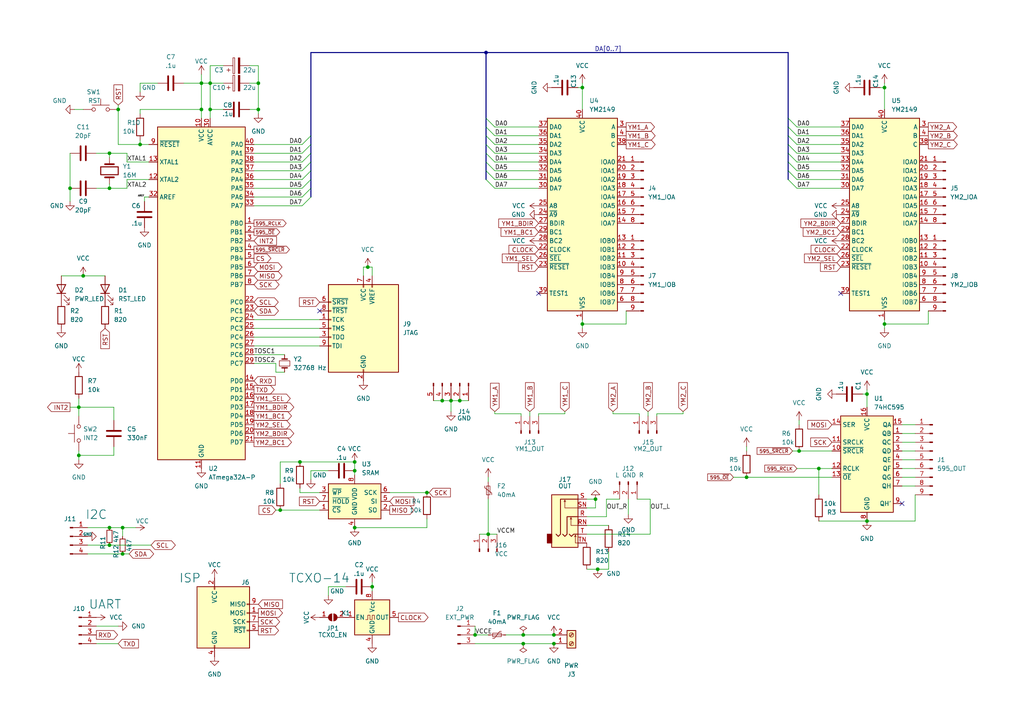
<source format=kicad_sch>
(kicad_sch (version 20211123) (generator eeschema)
  (paper "A4")
  (lib_symbols
    (symbol "74xx:74HC595"
      (property "Reference" "U" (at -7.62 13.97 0))
      (property "Value" "74HC595" (at -7.62 -16.51 0))
      (symbol "74HC595_1_0"
        (pin tri_state line (at 10.16 7.62 180) (length 2.54) (name "QB") (number "1"))
        (pin input line (at -10.16 2.54 0) (length 2.54) (name "~{SRCLR}") (number "10"))
        (pin input line (at -10.16 5.08 0) (length 2.54) (name "SRCLK") (number "11"))
        (pin input line (at -10.16 -2.54 0) (length 2.54) (name "RCLK") (number "12"))
        (pin input line (at -10.16 -5.08 0) (length 2.54) (name "~{OE}") (number "13"))
        (pin input line (at -10.16 10.16 0) (length 2.54) (name "SER") (number "14"))
        (pin tri_state line (at 10.16 10.16 180) (length 2.54) (name "QA") (number "15"))
        (pin power_in line (at 0 15.24 270) (length 2.54) (name "VCC") (number "16"))
        (pin tri_state line (at 10.16 5.08 180) (length 2.54) (name "QC") (number "2"))
        (pin tri_state line (at 10.16 2.54 180) (length 2.54) (name "QD") (number "3"))
        (pin tri_state line (at 10.16 0 180) (length 2.54) (name "QE") (number "4"))
        (pin tri_state line (at 10.16 -2.54 180) (length 2.54) (name "QF") (number "5"))
        (pin tri_state line (at 10.16 -5.08 180) (length 2.54) (name "QG") (number "6"))
        (pin tri_state line (at 10.16 -7.62 180) (length 2.54) (name "QH") (number "7"))
        (pin power_in line (at 0 -17.78 90) (length 2.54) (name "GND") (number "8"))
        (pin output line (at 10.16 -12.7 180) (length 2.54) (name "QH'") (number "9"))
      )
    )
    (symbol "Audio:YM2149"
      (property "Reference" "U" (at -10.16 29.21 0))
      (property "Value" "YM2149" (at 3.81 29.21 0))
      (symbol "YM2149_1_1"
        (pin power_in line (at 0 -30.48 90) (length 2.54) (name "VSS") (number "1"))
        (pin bidirectional line (at 12.7 -15.24 180) (length 2.54) (name "IOB3") (number "10"))
        (pin bidirectional line (at 12.7 -12.7 180) (length 2.54) (name "IOB2") (number "11"))
        (pin bidirectional line (at 12.7 -10.16 180) (length 2.54) (name "IOB1") (number "12"))
        (pin bidirectional line (at 12.7 -7.62 180) (length 2.54) (name "IOB0") (number "13"))
        (pin bidirectional line (at 12.7 -2.54 180) (length 2.54) (name "IOA7") (number "14"))
        (pin bidirectional line (at 12.7 0 180) (length 2.54) (name "IOA6") (number "15"))
        (pin bidirectional line (at 12.7 2.54 180) (length 2.54) (name "IOA5") (number "16"))
        (pin bidirectional line (at 12.7 5.08 180) (length 2.54) (name "IOA4") (number "17"))
        (pin bidirectional line (at 12.7 7.62 180) (length 2.54) (name "IOA3") (number "18"))
        (pin bidirectional line (at 12.7 10.16 180) (length 2.54) (name "IOA2") (number "19"))
        (pin no_connect line (at -10.16 -17.78 0) (length 2.54) hide (name "NC") (number "2"))
        (pin bidirectional line (at 12.7 12.7 180) (length 2.54) (name "IOA1") (number "20"))
        (pin bidirectional line (at 12.7 15.24 180) (length 2.54) (name "IOA0") (number "21"))
        (pin input line (at -12.7 -10.16 0) (length 2.54) (name "CLOCK") (number "22"))
        (pin input line (at -12.7 -15.24 0) (length 2.54) (name "~{RESET}") (number "23"))
        (pin input line (at -12.7 0 0) (length 2.54) (name "~{A9}") (number "24"))
        (pin input line (at -12.7 2.54 0) (length 2.54) (name "A8") (number "25"))
        (pin input line (at -12.7 -12.7 0) (length 2.54) (name "~{SEL}") (number "26"))
        (pin input line (at -12.7 -2.54 0) (length 2.54) (name "BDIR") (number "27"))
        (pin input line (at -12.7 -7.62 0) (length 2.54) (name "BC2") (number "28"))
        (pin input line (at -12.7 -5.08 0) (length 2.54) (name "BC1") (number "29"))
        (pin output line (at 12.7 25.4 180) (length 2.54) (name "A") (number "3"))
        (pin bidirectional line (at -12.7 7.62 0) (length 2.54) (name "DA7") (number "30"))
        (pin bidirectional line (at -12.7 10.16 0) (length 2.54) (name "DA6") (number "31"))
        (pin bidirectional line (at -12.7 12.7 0) (length 2.54) (name "DA5") (number "32"))
        (pin bidirectional line (at -12.7 15.24 0) (length 2.54) (name "DA4") (number "33"))
        (pin bidirectional line (at -12.7 17.78 0) (length 2.54) (name "DA3") (number "34"))
        (pin bidirectional line (at -12.7 20.32 0) (length 2.54) (name "DA2") (number "35"))
        (pin bidirectional line (at -12.7 22.86 0) (length 2.54) (name "DA1") (number "36"))
        (pin bidirectional line (at -12.7 25.4 0) (length 2.54) (name "DA0") (number "37"))
        (pin output line (at 12.7 20.32 180) (length 2.54) (name "C") (number "38"))
        (pin passive line (at -12.7 -22.86 0) (length 2.54) (name "TEST1") (number "39"))
        (pin output line (at 12.7 22.86 180) (length 2.54) (name "B") (number "4"))
        (pin power_in line (at 0 30.48 270) (length 2.54) (name "VCC") (number "40"))
        (pin no_connect line (at -10.16 -20.32 0) (length 2.54) hide (name "NC") (number "5"))
        (pin bidirectional line (at 12.7 -25.4 180) (length 2.54) (name "IOB7") (number "6"))
        (pin bidirectional line (at 12.7 -22.86 180) (length 2.54) (name "IOB6") (number "7"))
        (pin bidirectional line (at 12.7 -20.32 180) (length 2.54) (name "IOB5") (number "8"))
        (pin bidirectional line (at 12.7 -17.78 180) (length 2.54) (name "IOB4") (number "9"))
      )
    )
    (symbol "Connector:AVR-ISP-10" (pin_names (offset 1.016))
      (property "Reference" "J" (at -6.35 11.43 0))
      (property "Value" "AVR-ISP-10" (at 0 11.43 0))
      (symbol "AVR-ISP-10_1_1"
        (pin passive line (at 10.16 2.54 180) (length 2.54) (name "MOSI") (number "1"))
        (pin passive line (at -2.54 -10.16 90) (length 2.54) hide (name "GND") (number "10"))
        (pin passive line (at -2.54 12.7 270) (length 2.54) (name "VCC") (number "2"))
        (pin no_connect line (at 7.62 -5.08 180) (length 2.54) hide (name "NC") (number "3"))
        (pin passive line (at -2.54 -10.16 90) (length 2.54) (name "GND") (number "4"))
        (pin passive line (at 10.16 -2.54 180) (length 2.54) (name "~{RST}") (number "5"))
        (pin passive line (at -2.54 -10.16 90) (length 2.54) hide (name "GND") (number "6"))
        (pin passive line (at 10.16 0 180) (length 2.54) (name "SCK") (number "7"))
        (pin passive line (at -2.54 -10.16 90) (length 2.54) hide (name "GND") (number "8"))
        (pin passive line (at 10.16 5.08 180) (length 2.54) (name "MISO") (number "9"))
      )
    )
    (symbol "Connector:AVR-JTAG-10" (pin_names (offset 1.016))
      (property "Reference" "J" (at -8.89 13.97 0))
      (property "Value" "AVR-JTAG-10" (at 1.27 13.97 0))
      (symbol "AVR-JTAG-10_1_1"
        (pin passive line (at 12.7 2.54 180) (length 2.54) (name "TCK") (number "1"))
        (pin passive line (at 0 -15.24 90) (length 2.54) hide (name "GND") (number "10"))
        (pin passive line (at 0 -15.24 90) (length 2.54) (name "GND") (number "2"))
        (pin passive line (at 12.7 -2.54 180) (length 2.54) (name "TDO") (number "3"))
        (pin passive line (at -2.54 15.24 270) (length 2.54) (name "VREF") (number "4"))
        (pin passive line (at 12.7 0 180) (length 2.54) (name "TMS") (number "5"))
        (pin passive line (at 12.7 7.62 180) (length 2.54) (name "~{SRST}") (number "6"))
        (pin passive line (at 0 15.24 270) (length 2.54) (name "VCC") (number "7"))
        (pin passive line (at 12.7 5.08 180) (length 2.54) (name "~{TRST}") (number "8"))
        (pin passive line (at 12.7 -5.08 180) (length 2.54) (name "TDI") (number "9"))
      )
    )
    (symbol "Connector:AudioJack3_Switch"
      (property "Reference" "J" (at 0 11.43 0))
      (property "Value" "AudioJack3_Switch" (at 0 8.89 0))
      (symbol "AudioJack3_Switch_1_1"
        (pin passive line (at 5.08 0 180) (length 2.54) (name "~") (number "R"))
        (pin passive line (at 5.08 -2.54 180) (length 2.54) (name "~") (number "RN"))
        (pin passive line (at 5.08 5.08 180) (length 2.54) (name "~") (number "S"))
        (pin passive line (at 5.08 2.54 180) (length 2.54) (name "~") (number "SN"))
        (pin passive line (at 5.08 -5.08 180) (length 2.54) (name "~") (number "T"))
        (pin passive line (at 5.08 -7.62 180) (length 2.54) (name "~") (number "TN"))
      )
    )
    (symbol "Connector:Conn_01x03_Male" (pin_names (offset 1.016) hide)
      (property "Reference" "J" (at 0 5.08 0))
      (property "Value" "Conn_01x03_Male" (at 0 -5.08 0))
      (symbol "Conn_01x03_Male_1_1"
        (pin passive line (at 5.08 2.54 180) (length 3.81) (name "Pin_1") (number "1"))
        (pin passive line (at 5.08 0 180) (length 3.81) (name "Pin_2") (number "2"))
        (pin passive line (at 5.08 -2.54 180) (length 3.81) (name "Pin_3") (number "3"))
      )
    )
    (symbol "Connector:Conn_01x04_Male" (pin_names (offset 1.016) hide)
      (property "Reference" "J" (at 0 5.08 0))
      (property "Value" "Conn_01x04_Male" (at 0 -7.62 0))
      (symbol "Conn_01x04_Male_1_1"
        (pin passive line (at 5.08 2.54 180) (length 3.81) (name "Pin_1") (number "1"))
        (pin passive line (at 5.08 0 180) (length 3.81) (name "Pin_2") (number "2"))
        (pin passive line (at 5.08 -2.54 180) (length 3.81) (name "Pin_3") (number "3"))
        (pin passive line (at 5.08 -5.08 180) (length 3.81) (name "Pin_4") (number "4"))
      )
    )
    (symbol "Connector:Conn_01x05_Male" (pin_names (offset 1.016) hide)
      (property "Reference" "J" (at 0 7.62 0))
      (property "Value" "Conn_01x05_Male" (at 0 -7.62 0))
      (symbol "Conn_01x05_Male_1_1"
        (pin passive line (at 5.08 5.08 180) (length 3.81) (name "Pin_1") (number "1"))
        (pin passive line (at 5.08 2.54 180) (length 3.81) (name "Pin_2") (number "2"))
        (pin passive line (at 5.08 0 180) (length 3.81) (name "Pin_3") (number "3"))
        (pin passive line (at 5.08 -2.54 180) (length 3.81) (name "Pin_4") (number "4"))
        (pin passive line (at 5.08 -5.08 180) (length 3.81) (name "Pin_5") (number "5"))
      )
    )
    (symbol "Connector:Conn_01x08_Male" (pin_names (offset 1.016) hide)
      (property "Reference" "J" (at 0 10.16 0))
      (property "Value" "Conn_01x08_Male" (at 0 -12.7 0))
      (symbol "Conn_01x08_Male_1_1"
        (pin passive line (at 5.08 7.62 180) (length 3.81) (name "Pin_1") (number "1"))
        (pin passive line (at 5.08 5.08 180) (length 3.81) (name "Pin_2") (number "2"))
        (pin passive line (at 5.08 2.54 180) (length 3.81) (name "Pin_3") (number "3"))
        (pin passive line (at 5.08 0 180) (length 3.81) (name "Pin_4") (number "4"))
        (pin passive line (at 5.08 -2.54 180) (length 3.81) (name "Pin_5") (number "5"))
        (pin passive line (at 5.08 -5.08 180) (length 3.81) (name "Pin_6") (number "6"))
        (pin passive line (at 5.08 -7.62 180) (length 3.81) (name "Pin_7") (number "7"))
        (pin passive line (at 5.08 -10.16 180) (length 3.81) (name "Pin_8") (number "8"))
      )
    )
    (symbol "Connector:Conn_01x09_Male" (pin_names (offset 1.016) hide)
      (property "Reference" "J" (at 0 12.7 0))
      (property "Value" "Conn_01x09_Male" (at 0 -12.7 0))
      (symbol "Conn_01x09_Male_1_1"
        (pin passive line (at 5.08 10.16 180) (length 3.81) (name "Pin_1") (number "1"))
        (pin passive line (at 5.08 7.62 180) (length 3.81) (name "Pin_2") (number "2"))
        (pin passive line (at 5.08 5.08 180) (length 3.81) (name "Pin_3") (number "3"))
        (pin passive line (at 5.08 2.54 180) (length 3.81) (name "Pin_4") (number "4"))
        (pin passive line (at 5.08 0 180) (length 3.81) (name "Pin_5") (number "5"))
        (pin passive line (at 5.08 -2.54 180) (length 3.81) (name "Pin_6") (number "6"))
        (pin passive line (at 5.08 -5.08 180) (length 3.81) (name "Pin_7") (number "7"))
        (pin passive line (at 5.08 -7.62 180) (length 3.81) (name "Pin_8") (number "8"))
        (pin passive line (at 5.08 -10.16 180) (length 3.81) (name "Pin_9") (number "9"))
      )
    )
    (symbol "Connector:Screw_Terminal_01x02" (pin_names (offset 1.016) hide)
      (property "Reference" "J" (at 0 2.54 0))
      (property "Value" "Screw_Terminal_01x02" (at 0 -5.08 0))
      (symbol "Screw_Terminal_01x02_1_1"
        (pin passive line (at -5.08 0 0) (length 3.81) (name "Pin_1") (number "1"))
        (pin passive line (at -5.08 -2.54 0) (length 3.81) (name "Pin_2") (number "2"))
      )
    )
    (symbol "Device:C" (pin_numbers hide) (pin_names (offset 0.254))
      (property "Reference" "C" (at 0.635 2.54 0))
      (property "Value" "C" (at 0.635 -2.54 0))
      (symbol "C_1_1"
        (pin passive line (at 0 3.81 270) (length 2.794) (name "~") (number "1"))
        (pin passive line (at 0 -3.81 90) (length 2.794) (name "~") (number "2"))
      )
    )
    (symbol "Device:C_Polarized" (pin_numbers hide) (pin_names (offset 0.254))
      (property "Reference" "C" (at 0.635 2.54 0))
      (property "Value" "C_Polarized" (at 0.635 -2.54 0))
      (symbol "C_Polarized_1_1"
        (pin passive line (at 0 3.81 270) (length 2.794) (name "~") (number "1"))
        (pin passive line (at 0 -3.81 90) (length 2.794) (name "~") (number "2"))
      )
    )
    (symbol "Device:Crystal" (pin_numbers hide) (pin_names (offset 1.016) hide)
      (property "Reference" "Y" (at 0 3.81 0))
      (property "Value" "Crystal" (at 0 -3.81 0))
      (symbol "Crystal_1_1"
        (pin passive line (at -3.81 0 0) (length 1.27) (name "1") (number "1"))
        (pin passive line (at 3.81 0 180) (length 1.27) (name "2") (number "2"))
      )
    )
    (symbol "Device:Crystal_Small" (pin_numbers hide) (pin_names (offset 1.016) hide)
      (property "Reference" "Y" (at 0 2.54 0))
      (property "Value" "Crystal_Small" (at 0 -2.54 0))
      (symbol "Crystal_Small_1_1"
        (pin passive line (at -2.54 0 0) (length 1.27) (name "1") (number "1"))
        (pin passive line (at 2.54 0 180) (length 1.27) (name "2") (number "2"))
      )
    )
    (symbol "Device:LED" (pin_numbers hide) (pin_names (offset 1.016) hide)
      (property "Reference" "D" (at 0 2.54 0))
      (property "Value" "LED" (at 0 -2.54 0))
      (symbol "LED_1_1"
        (pin passive line (at -3.81 0 0) (length 2.54) (name "K") (number "1"))
        (pin passive line (at 3.81 0 180) (length 2.54) (name "A") (number "2"))
      )
    )
    (symbol "Device:Polyfuse_Small" (pin_numbers hide) (pin_names (offset 0))
      (property "Reference" "F" (at -1.905 0 90))
      (property "Value" "Polyfuse_Small" (at 1.905 0 90))
      (symbol "Polyfuse_Small_1_1"
        (pin passive line (at 0 2.54 270) (length 0.635) (name "~") (number "1"))
        (pin passive line (at 0 -2.54 90) (length 0.635) (name "~") (number "2"))
      )
    )
    (symbol "Device:R" (pin_numbers hide) (pin_names (offset 0))
      (property "Reference" "R" (at 2.032 0 90))
      (property "Value" "R" (at 0 0 90))
      (symbol "R_1_1"
        (pin passive line (at 0 3.81 270) (length 1.27) (name "~") (number "1"))
        (pin passive line (at 0 -3.81 90) (length 1.27) (name "~") (number "2"))
      )
    )
    (symbol "Device:R_Small" (pin_numbers hide) (pin_names (offset 0.254) hide)
      (property "Reference" "R" (at 0.762 0.508 0))
      (property "Value" "R_Small" (at 0.762 -1.016 0))
      (symbol "R_Small_1_1"
        (pin passive line (at 0 2.54 270) (length 0.762) (name "~") (number "1"))
        (pin passive line (at 0 -2.54 90) (length 0.762) (name "~") (number "2"))
      )
    )
    (symbol "Jumper:SolderJumper_2_Open" (pin_names (offset 0) hide)
      (property "Reference" "JP" (at 0 2.032 0))
      (property "Value" "SolderJumper_2_Open" (at 0 -2.54 0))
      (symbol "SolderJumper_2_Open_1_1"
        (pin passive line (at -3.81 0 0) (length 2.54) (name "A") (number "1"))
        (pin passive line (at 3.81 0 180) (length 2.54) (name "B") (number "2"))
      )
    )
    (symbol "MCU_Microchip_ATmega:ATmega32A-P"
      (property "Reference" "U" (at -12.7 49.53 0))
      (property "Value" "ATmega32A-P" (at 2.54 -49.53 0))
      (symbol "ATmega32A-P_1_1"
        (pin bidirectional line (at 15.24 20.32 180) (length 2.54) (name "PB0") (number "1"))
        (pin power_in line (at 0 50.8 270) (length 2.54) (name "VCC") (number "10"))
        (pin power_in line (at 0 -50.8 90) (length 2.54) (name "GND") (number "11"))
        (pin output line (at -15.24 33.02 0) (length 2.54) (name "XTAL2") (number "12"))
        (pin input line (at -15.24 38.1 0) (length 2.54) (name "XTAL1") (number "13"))
        (pin bidirectional line (at 15.24 -25.4 180) (length 2.54) (name "PD0") (number "14"))
        (pin bidirectional line (at 15.24 -27.94 180) (length 2.54) (name "PD1") (number "15"))
        (pin bidirectional line (at 15.24 -30.48 180) (length 2.54) (name "PD2") (number "16"))
        (pin bidirectional line (at 15.24 -33.02 180) (length 2.54) (name "PD3") (number "17"))
        (pin bidirectional line (at 15.24 -35.56 180) (length 2.54) (name "PD4") (number "18"))
        (pin bidirectional line (at 15.24 -38.1 180) (length 2.54) (name "PD5") (number "19"))
        (pin bidirectional line (at 15.24 17.78 180) (length 2.54) (name "PB1") (number "2"))
        (pin bidirectional line (at 15.24 -40.64 180) (length 2.54) (name "PD6") (number "20"))
        (pin bidirectional line (at 15.24 -43.18 180) (length 2.54) (name "PD7") (number "21"))
        (pin bidirectional line (at 15.24 -2.54 180) (length 2.54) (name "PC0") (number "22"))
        (pin bidirectional line (at 15.24 -5.08 180) (length 2.54) (name "PC1") (number "23"))
        (pin bidirectional line (at 15.24 -7.62 180) (length 2.54) (name "PC2") (number "24"))
        (pin bidirectional line (at 15.24 -10.16 180) (length 2.54) (name "PC3") (number "25"))
        (pin bidirectional line (at 15.24 -12.7 180) (length 2.54) (name "PC4") (number "26"))
        (pin bidirectional line (at 15.24 -15.24 180) (length 2.54) (name "PC5") (number "27"))
        (pin bidirectional line (at 15.24 -17.78 180) (length 2.54) (name "PC6") (number "28"))
        (pin bidirectional line (at 15.24 -20.32 180) (length 2.54) (name "PC7") (number "29"))
        (pin bidirectional line (at 15.24 15.24 180) (length 2.54) (name "PB2") (number "3"))
        (pin power_in line (at 2.54 50.8 270) (length 2.54) (name "AVCC") (number "30"))
        (pin passive line (at 0 -50.8 90) (length 2.54) hide (name "GND") (number "31"))
        (pin passive line (at -15.24 27.94 0) (length 2.54) (name "AREF") (number "32"))
        (pin bidirectional line (at 15.24 25.4 180) (length 2.54) (name "PA7") (number "33"))
        (pin bidirectional line (at 15.24 27.94 180) (length 2.54) (name "PA6") (number "34"))
        (pin bidirectional line (at 15.24 30.48 180) (length 2.54) (name "PA5") (number "35"))
        (pin bidirectional line (at 15.24 33.02 180) (length 2.54) (name "PA4") (number "36"))
        (pin bidirectional line (at 15.24 35.56 180) (length 2.54) (name "PA3") (number "37"))
        (pin bidirectional line (at 15.24 38.1 180) (length 2.54) (name "PA2") (number "38"))
        (pin bidirectional line (at 15.24 40.64 180) (length 2.54) (name "PA1") (number "39"))
        (pin bidirectional line (at 15.24 12.7 180) (length 2.54) (name "PB3") (number "4"))
        (pin bidirectional line (at 15.24 43.18 180) (length 2.54) (name "PA0") (number "40"))
        (pin bidirectional line (at 15.24 10.16 180) (length 2.54) (name "PB4") (number "5"))
        (pin bidirectional line (at 15.24 7.62 180) (length 2.54) (name "PB5") (number "6"))
        (pin bidirectional line (at 15.24 5.08 180) (length 2.54) (name "PB6") (number "7"))
        (pin bidirectional line (at 15.24 2.54 180) (length 2.54) (name "PB7") (number "8"))
        (pin input line (at -15.24 43.18 0) (length 2.54) (name "~{RESET}") (number "9"))
      )
    )
    (symbol "Memory_NVRAM:MB85RS1MT" (pin_names (offset 1.016))
      (property "Reference" "U" (at -7.62 6.35 0))
      (property "Value" "MB85RS1MT" (at 1.27 6.35 0))
      (symbol "MB85RS1MT_1_1"
        (pin input line (at -10.16 -2.54 0) (length 2.54) (name "~{CS}") (number "1"))
        (pin output line (at 10.16 -2.54 180) (length 2.54) (name "SO") (number "2"))
        (pin input line (at -10.16 2.54 0) (length 2.54) (name "~{WP}") (number "3"))
        (pin power_in line (at 0 -7.62 90) (length 2.54) (name "GND") (number "4"))
        (pin input line (at 10.16 0 180) (length 2.54) (name "SI") (number "5"))
        (pin input line (at 10.16 2.54 180) (length 2.54) (name "SCK") (number "6"))
        (pin input line (at -10.16 0 0) (length 2.54) (name "~{HOLD}") (number "7"))
        (pin power_in line (at 0 7.62 270) (length 2.54) (name "VDD") (number "8"))
      )
    )
    (symbol "Oscillator:CXO_DIP8" (pin_names (offset 0.254))
      (property "Reference" "X" (at -5.08 6.35 0))
      (property "Value" "CXO_DIP8" (at 1.27 -6.35 0))
      (symbol "CXO_DIP8_1_1"
        (pin input line (at -7.62 0 0) (length 2.54) (name "EN") (number "1"))
        (pin power_in line (at 0 -7.62 90) (length 2.54) (name "GND") (number "4"))
        (pin output line (at 7.62 0 180) (length 2.54) (name "OUT") (number "5"))
        (pin power_in line (at 0 7.62 270) (length 2.54) (name "Vcc") (number "8"))
      )
    )
    (symbol "Switch:SW_Push" (pin_numbers hide) (pin_names (offset 1.016) hide)
      (property "Reference" "SW" (at 1.27 2.54 0))
      (property "Value" "SW_Push" (at 0 -1.524 0))
      (symbol "SW_Push_0_1"
        (pin passive line (at -5.08 0 0) (length 2.54) (name "1") (number "1"))
        (pin passive line (at 5.08 0 180) (length 2.54) (name "2") (number "2"))
      )
    )
    (symbol "power:GND" (power) (pin_names (offset 0))
      (property "Value" "GND" (at 0 -3.81 0))
      (symbol "GND_1_1"
        (pin power_in line (at 0 0 270) (length 0) hide (name "GND") (number "1"))
      )
    )
    (symbol "power:PWR_FLAG" (power) (pin_numbers hide) (pin_names (offset 0) hide)
      (property "Value" "PWR_FLAG" (at 0 3.81 0))
      (symbol "PWR_FLAG_0_0"
        (pin power_out line (at 0 0 90) (length 0) (name "pwr") (number "1"))
      )
    )
    (symbol "power:VCC" (power) (pin_names (offset 0))
      (property "Value" "VCC" (at 0 3.81 0))
      (symbol "VCC_1_1"
        (pin power_in line (at 0 0 90) (length 0) hide (name "VCC") (number "1"))
      )
    )
  )
  (junction (at 60.96 24.13))
  (junction (at 31.75 44.45))
  (junction (at 102.87 136.525))
  (junction (at 256.54 93.98))
  (junction (at 151.765 186.69))
  (junction (at 130.81 116.205))
  (junction (at 60.96 31.75))
  (junction (at 31.75 153.035))
  (junction (at 58.42 31.75))
  (junction (at 81.28 147.955))
  (junction (at 31.75 54.61))
  (junction (at 22.86 132.08))
  (junction (at 168.91 25.4))
  (junction (at 237.49 135.89))
  (junction (at 137.795 184.15))
  (junction (at 168.91 93.98))
  (junction (at 160.655 186.69))
  (junction (at 35.56 160.655))
  (junction (at 123.825 142.875))
  (junction (at 172.72 144.78))
  (junction (at 34.29 31.75))
  (junction (at 35.56 153.035))
  (junction (at 40.64 41.91))
  (junction (at 74.93 24.13))
  (junction (at 231.775 130.81))
  (junction (at 140.97 15.24))
  (junction (at 31.75 158.115))
  (junction (at 173.355 165.1))
  (junction (at 102.87 133.985))
  (junction (at 160.655 184.15))
  (junction (at 20.32 54.61))
  (junction (at 256.54 25.4))
  (junction (at 128.27 116.205))
  (junction (at 141.605 154.94))
  (junction (at 251.46 114.3))
  (junction (at 102.87 153.035))
  (junction (at 107.95 170.18))
  (junction (at 151.765 184.15))
  (junction (at 74.93 31.75))
  (junction (at 133.35 116.205))
  (junction (at 251.46 151.13))
  (junction (at 106.68 77.47))
  (junction (at 216.535 138.43))
  (junction (at 86.995 133.985))
  (junction (at 22.86 118.11))
  (junction (at 24.13 80.01))
  (junction (at 58.42 24.13))
  (no_connect (at 261.62 146.05))
  (no_connect (at 92.71 90.17))
  (no_connect (at 243.84 85.09))
  (no_connect (at 156.21 85.09))
  (bus_entry (at 143.51 49.53) (size -2.54 -2.54))
  (bus_entry (at 231.14 54.61) (size -2.54 -2.54))
  (bus_entry (at 231.14 39.37) (size -2.54 -2.54))
  (bus_entry (at 231.14 46.99) (size -2.54 -2.54))
  (bus_entry (at 87.63 49.53) (size 2.54 -2.54))
  (bus_entry (at 143.51 52.07) (size -2.54 -2.54))
  (bus_entry (at 87.63 44.45) (size 2.54 -2.54))
  (bus_entry (at 143.51 54.61) (size -2.54 -2.54))
  (bus_entry (at 87.63 52.07) (size 2.54 -2.54))
  (bus_entry (at 143.51 41.91) (size -2.54 -2.54))
  (bus_entry (at 143.51 39.37) (size -2.54 -2.54))
  (bus_entry (at 231.14 52.07) (size -2.54 -2.54))
  (bus_entry (at 87.63 46.99) (size 2.54 -2.54))
  (bus_entry (at 231.14 44.45) (size -2.54 -2.54))
  (bus_entry (at 143.51 44.45) (size -2.54 -2.54))
  (bus_entry (at 87.63 41.91) (size 2.54 -2.54))
  (bus_entry (at 87.63 57.15) (size 2.54 -2.54))
  (bus_entry (at 87.63 54.61) (size 2.54 -2.54))
  (bus_entry (at 231.14 36.83) (size -2.54 -2.54))
  (bus_entry (at 143.51 46.99) (size -2.54 -2.54))
  (bus_entry (at 143.51 36.83) (size -2.54 -2.54))
  (bus_entry (at 231.14 49.53) (size -2.54 -2.54))
  (bus_entry (at 231.14 41.91) (size -2.54 -2.54))
  (bus_entry (at 87.63 59.69) (size 2.54 -2.54))
  (wire (pts (xy 251.46 113.03) (xy 251.46 114.3)))
  (wire (pts (xy 73.66 102.87) (xy 82.55 102.87)))
  (wire (pts (xy 22.86 118.11) (xy 33.02 118.11)))
  (wire (pts (xy 151.13 120.015) (xy 143.51 120.015)))
  (wire (pts (xy 185.42 120.015) (xy 177.8 120.015)))
  (wire (pts (xy 73.66 41.91) (xy 87.63 41.91)))
  (wire (pts (xy 36.83 52.07) (xy 36.83 54.61)))
  (wire (pts (xy 80.01 105.41) (xy 80.01 107.95)))
  (wire (pts (xy 74.93 19.05) (xy 74.93 24.13)))
  (wire (pts (xy 237.49 135.89) (xy 241.3 135.89)))
  (wire (pts (xy 188.595 154.94) (xy 188.595 144.78)))
  (wire (pts (xy 265.43 138.43) (xy 261.62 138.43)))
  (wire (pts (xy 37.465 160.655) (xy 35.56 160.655)))
  (wire (pts (xy 190.5 120.015) (xy 198.12 120.015)))
  (wire (pts (xy 86.995 133.985) (xy 102.87 133.985)))
  (wire (pts (xy 168.91 93.98) (xy 181.61 93.98)))
  (wire (pts (xy 139.065 154.94) (xy 141.605 154.94)))
  (wire (pts (xy 151.765 184.15) (xy 160.655 184.15)))
  (bus (pts (xy 90.17 54.61) (xy 90.17 52.07)))
  (wire (pts (xy 256.54 93.98) (xy 256.54 92.71)))
  (wire (pts (xy 60.96 19.05) (xy 64.77 19.05)))
  (wire (pts (xy 143.51 36.83) (xy 156.21 36.83)))
  (wire (pts (xy 124.46 142.875) (xy 123.825 142.875)))
  (bus (pts (xy 228.6 34.29) (xy 228.6 36.83)))
  (wire (pts (xy 105.41 80.01) (xy 105.41 77.47)))
  (wire (pts (xy 170.18 147.32) (xy 172.72 147.32)))
  (wire (pts (xy 143.51 120.015) (xy 143.51 119.38)))
  (wire (pts (xy 72.39 24.13) (xy 74.93 24.13)))
  (bus (pts (xy 90.17 57.15) (xy 90.17 54.61)))
  (wire (pts (xy 80.01 147.955) (xy 81.28 147.955)))
  (wire (pts (xy 123.825 153.035) (xy 123.825 150.495)))
  (bus (pts (xy 90.17 49.53) (xy 90.17 46.99)))
  (wire (pts (xy 20.32 58.42) (xy 20.32 54.61)))
  (wire (pts (xy 216.535 129.54) (xy 216.535 130.81)))
  (wire (pts (xy 168.91 93.98) (xy 168.91 95.25)))
  (wire (pts (xy 86.995 142.875) (xy 92.71 142.875)))
  (bus (pts (xy 90.17 39.37) (xy 90.17 15.24)))
  (wire (pts (xy 256.54 95.25) (xy 256.54 93.98)))
  (bus (pts (xy 140.97 36.83) (xy 140.97 39.37)))
  (wire (pts (xy 231.14 39.37) (xy 243.84 39.37)))
  (wire (pts (xy 95.25 170.18) (xy 100.33 170.18)))
  (wire (pts (xy 256.54 93.98) (xy 269.24 93.98)))
  (bus (pts (xy 228.6 15.24) (xy 228.6 34.29)))
  (wire (pts (xy 24.13 31.75) (xy 21.59 31.75)))
  (wire (pts (xy 198.12 120.015) (xy 198.12 119.38)))
  (bus (pts (xy 228.6 41.91) (xy 228.6 44.45)))
  (wire (pts (xy 229.87 130.81) (xy 231.775 130.81)))
  (wire (pts (xy 60.96 34.29) (xy 60.96 31.75)))
  (wire (pts (xy 33.02 118.11) (xy 33.02 121.92)))
  (wire (pts (xy 60.96 24.13) (xy 64.77 24.13)))
  (wire (pts (xy 265.43 130.81) (xy 261.62 130.81)))
  (wire (pts (xy 137.795 184.15) (xy 141.605 184.15)))
  (wire (pts (xy 90.17 136.525) (xy 95.25 136.525)))
  (wire (pts (xy 172.72 147.32) (xy 172.72 144.78)))
  (wire (pts (xy 34.29 41.91) (xy 34.29 31.75)))
  (wire (pts (xy 143.51 41.91) (xy 156.21 41.91)))
  (wire (pts (xy 31.75 54.61) (xy 31.75 53.34)))
  (bus (pts (xy 228.6 39.37) (xy 228.6 41.91)))
  (wire (pts (xy 25.4 160.655) (xy 35.56 160.655)))
  (wire (pts (xy 256.54 25.4) (xy 256.54 31.75)))
  (wire (pts (xy 231.14 44.45) (xy 243.84 44.45)))
  (bus (pts (xy 140.97 39.37) (xy 140.97 41.91)))
  (wire (pts (xy 31.75 45.72) (xy 31.75 44.45)))
  (wire (pts (xy 41.91 57.15) (xy 41.91 58.42)))
  (wire (pts (xy 73.66 46.99) (xy 87.63 46.99)))
  (wire (pts (xy 170.18 149.86) (xy 175.895 149.86)))
  (wire (pts (xy 231.775 121.92) (xy 231.775 123.19)))
  (wire (pts (xy 43.18 46.99) (xy 36.83 46.99)))
  (bus (pts (xy 90.17 41.91) (xy 90.17 39.37)))
  (wire (pts (xy 60.96 24.13) (xy 60.96 31.75)))
  (wire (pts (xy 102.87 136.525) (xy 102.87 137.795)))
  (wire (pts (xy 43.18 52.07) (xy 36.83 52.07)))
  (wire (pts (xy 36.83 44.45) (xy 36.83 46.99)))
  (bus (pts (xy 90.17 46.99) (xy 90.17 44.45)))
  (wire (pts (xy 60.96 24.13) (xy 60.96 19.05)))
  (bus (pts (xy 90.17 44.45) (xy 90.17 41.91)))
  (wire (pts (xy 81.28 133.985) (xy 86.995 133.985)))
  (wire (pts (xy 72.39 31.75) (xy 74.93 31.75)))
  (wire (pts (xy 231.14 46.99) (xy 243.84 46.99)))
  (wire (pts (xy 141.605 144.78) (xy 141.605 154.94)))
  (wire (pts (xy 250.19 114.3) (xy 251.46 114.3)))
  (wire (pts (xy 231.14 41.91) (xy 243.84 41.91)))
  (wire (pts (xy 265.43 133.35) (xy 261.62 133.35)))
  (wire (pts (xy 58.42 24.13) (xy 58.42 31.75)))
  (wire (pts (xy 128.27 116.205) (xy 130.81 116.205)))
  (wire (pts (xy 156.21 120.65) (xy 156.21 120.015)))
  (wire (pts (xy 107.95 170.18) (xy 107.95 171.45)))
  (wire (pts (xy 22.86 132.08) (xy 22.86 133.35)))
  (bus (pts (xy 90.17 15.24) (xy 140.97 15.24)))
  (wire (pts (xy 24.13 80.01) (xy 30.48 80.01)))
  (bus (pts (xy 228.6 46.99) (xy 228.6 49.53)))
  (wire (pts (xy 86.995 141.605) (xy 86.995 142.875)))
  (wire (pts (xy 231.14 49.53) (xy 243.84 49.53)))
  (wire (pts (xy 185.42 120.65) (xy 185.42 120.015)))
  (wire (pts (xy 74.93 24.13) (xy 74.93 31.75)))
  (wire (pts (xy 179.705 144.78) (xy 175.895 144.78)))
  (wire (pts (xy 22.86 132.08) (xy 33.02 132.08)))
  (wire (pts (xy 237.49 151.13) (xy 251.46 151.13)))
  (wire (pts (xy 72.39 19.05) (xy 74.93 19.05)))
  (wire (pts (xy 130.81 116.205) (xy 130.81 119.38)))
  (wire (pts (xy 73.66 59.69) (xy 87.63 59.69)))
  (wire (pts (xy 40.64 41.91) (xy 43.18 41.91)))
  (wire (pts (xy 58.42 21.59) (xy 58.42 24.13)))
  (wire (pts (xy 256.54 24.13) (xy 256.54 25.4)))
  (wire (pts (xy 187.96 119.38) (xy 187.96 120.65)))
  (wire (pts (xy 168.91 92.71) (xy 168.91 93.98)))
  (bus (pts (xy 140.97 34.29) (xy 140.97 36.83)))
  (bus (pts (xy 140.97 15.24) (xy 228.6 15.24)))
  (wire (pts (xy 255.27 25.4) (xy 256.54 25.4)))
  (wire (pts (xy 143.51 49.53) (xy 156.21 49.53)))
  (wire (pts (xy 102.87 133.985) (xy 102.87 136.525)))
  (bus (pts (xy 228.6 44.45) (xy 228.6 46.99)))
  (bus (pts (xy 140.97 41.91) (xy 140.97 44.45)))
  (wire (pts (xy 168.91 24.13) (xy 168.91 25.4)))
  (wire (pts (xy 73.66 92.71) (xy 92.71 92.71)))
  (wire (pts (xy 73.66 57.15) (xy 87.63 57.15)))
  (wire (pts (xy 41.91 57.15) (xy 43.18 57.15)))
  (wire (pts (xy 31.75 44.45) (xy 36.83 44.45)))
  (bus (pts (xy 140.97 15.24) (xy 140.97 34.29)))
  (wire (pts (xy 58.42 34.29) (xy 58.42 31.75)))
  (wire (pts (xy 184.785 144.78) (xy 188.595 144.78)))
  (wire (pts (xy 17.78 80.01) (xy 24.13 80.01)))
  (wire (pts (xy 133.35 116.205) (xy 135.89 116.205)))
  (wire (pts (xy 143.51 46.99) (xy 156.21 46.99)))
  (wire (pts (xy 31.75 153.035) (xy 25.4 153.035)))
  (wire (pts (xy 40.64 40.64) (xy 40.64 41.91)))
  (wire (pts (xy 168.91 25.4) (xy 168.91 31.75)))
  (wire (pts (xy 173.355 165.1) (xy 176.53 165.1)))
  (wire (pts (xy 151.13 120.65) (xy 151.13 120.015)))
  (wire (pts (xy 73.66 49.53) (xy 87.63 49.53)))
  (wire (pts (xy 73.66 97.79) (xy 92.71 97.79)))
  (wire (pts (xy 40.64 31.75) (xy 58.42 31.75)))
  (wire (pts (xy 251.46 114.3) (xy 251.46 118.11)))
  (wire (pts (xy 143.51 39.37) (xy 156.21 39.37)))
  (wire (pts (xy 153.67 119.38) (xy 153.67 120.65)))
  (wire (pts (xy 34.29 186.69) (xy 27.94 186.69)))
  (wire (pts (xy 95.25 170.18) (xy 95.25 172.72)))
  (wire (pts (xy 265.43 128.27) (xy 261.62 128.27)))
  (wire (pts (xy 231.14 54.61) (xy 243.84 54.61)))
  (wire (pts (xy 27.94 44.45) (xy 31.75 44.45)))
  (wire (pts (xy 141.605 138.43) (xy 141.605 139.7)))
  (wire (pts (xy 31.75 158.115) (xy 43.815 158.115)))
  (wire (pts (xy 73.66 100.33) (xy 92.71 100.33)))
  (wire (pts (xy 58.42 24.13) (xy 60.96 24.13)))
  (wire (pts (xy 105.41 77.47) (xy 106.68 77.47)))
  (wire (pts (xy 27.94 54.61) (xy 31.75 54.61)))
  (wire (pts (xy 20.32 44.45) (xy 20.32 54.61)))
  (bus (pts (xy 140.97 44.45) (xy 140.97 46.99)))
  (wire (pts (xy 146.685 184.15) (xy 151.765 184.15)))
  (wire (pts (xy 22.86 118.11) (xy 22.86 120.65)))
  (bus (pts (xy 140.97 49.53) (xy 140.97 52.07)))
  (wire (pts (xy 39.37 153.035) (xy 35.56 153.035)))
  (wire (pts (xy 265.43 135.89) (xy 261.62 135.89)))
  (wire (pts (xy 40.64 24.13) (xy 45.72 24.13)))
  (wire (pts (xy 90.17 136.525) (xy 90.17 139.065)))
  (bus (pts (xy 228.6 49.53) (xy 228.6 52.07)))
  (wire (pts (xy 40.64 41.91) (xy 34.29 41.91)))
  (wire (pts (xy 177.8 120.015) (xy 177.8 119.38)))
  (wire (pts (xy 130.81 116.205) (xy 133.35 116.205)))
  (bus (pts (xy 228.6 36.83) (xy 228.6 39.37)))
  (wire (pts (xy 22.86 130.81) (xy 22.86 132.08)))
  (wire (pts (xy 35.56 153.035) (xy 31.75 153.035)))
  (wire (pts (xy 143.51 44.45) (xy 156.21 44.45)))
  (bus (pts (xy 90.17 52.07) (xy 90.17 49.53)))
  (wire (pts (xy 216.535 138.43) (xy 241.3 138.43)))
  (wire (pts (xy 33.02 132.08) (xy 33.02 129.54)))
  (wire (pts (xy 163.83 120.015) (xy 163.83 119.38)))
  (wire (pts (xy 73.66 95.25) (xy 92.71 95.25)))
  (wire (pts (xy 125.73 116.205) (xy 128.27 116.205)))
  (wire (pts (xy 190.5 120.65) (xy 190.5 120.015)))
  (wire (pts (xy 40.64 33.02) (xy 40.64 31.75)))
  (wire (pts (xy 74.93 31.75) (xy 74.93 33.02)))
  (wire (pts (xy 81.28 147.955) (xy 92.71 147.955)))
  (wire (pts (xy 265.43 123.19) (xy 261.62 123.19)))
  (wire (pts (xy 231.14 52.07) (xy 243.84 52.07)))
  (wire (pts (xy 106.68 77.47) (xy 107.95 77.47)))
  (wire (pts (xy 36.83 54.61) (xy 31.75 54.61)))
  (wire (pts (xy 141.605 154.94) (xy 144.145 154.94)))
  (wire (pts (xy 73.66 54.61) (xy 87.63 54.61)))
  (wire (pts (xy 170.18 154.94) (xy 188.595 154.94)))
  (wire (pts (xy 73.66 44.45) (xy 87.63 44.45)))
  (wire (pts (xy 181.61 90.17) (xy 181.61 93.98)))
  (wire (pts (xy 167.64 25.4) (xy 168.91 25.4)))
  (wire (pts (xy 40.64 24.13) (xy 40.64 26.67)))
  (wire (pts (xy 27.94 181.61) (xy 34.29 181.61)))
  (wire (pts (xy 156.21 120.015) (xy 163.83 120.015)))
  (wire (pts (xy 107.95 77.47) (xy 107.95 80.01)))
  (wire (pts (xy 22.86 115.57) (xy 22.86 118.11)))
  (wire (pts (xy 175.895 149.86) (xy 175.895 144.78)))
  (wire (pts (xy 137.795 186.69) (xy 151.765 186.69)))
  (wire (pts (xy 170.18 144.78) (xy 172.72 144.78)))
  (wire (pts (xy 231.14 36.83) (xy 243.84 36.83)))
  (wire (pts (xy 81.28 140.335) (xy 81.28 133.985)))
  (wire (pts (xy 151.765 186.69) (xy 160.655 186.69)))
  (wire (pts (xy 265.43 125.73) (xy 261.62 125.73)))
  (wire (pts (xy 182.245 144.78) (xy 182.245 149.225)))
  (wire (pts (xy 102.87 152.4) (xy 102.87 153.035)))
  (wire (pts (xy 20.32 118.11) (xy 22.86 118.11)))
  (wire (pts (xy 80.01 107.95) (xy 82.55 107.95)))
  (wire (pts (xy 231.775 130.81) (xy 241.3 130.81)))
  (wire (pts (xy 176.53 160.02) (xy 176.53 165.1)))
  (wire (pts (xy 265.43 140.97) (xy 261.62 140.97)))
  (wire (pts (xy 60.96 31.75) (xy 64.77 31.75)))
  (wire (pts (xy 25.4 158.115) (xy 31.75 158.115)))
  (wire (pts (xy 170.18 165.1) (xy 173.355 165.1)))
  (wire (pts (xy 269.24 90.17) (xy 269.24 93.98)))
  (wire (pts (xy 102.87 153.035) (xy 123.825 153.035)))
  (wire (pts (xy 34.29 31.75) (xy 34.29 30.48)))
  (wire (pts (xy 73.66 52.07) (xy 87.63 52.07)))
  (wire (pts (xy 231.14 135.89) (xy 237.49 135.89)))
  (wire (pts (xy 107.95 168.91) (xy 107.95 170.18)))
  (wire (pts (xy 170.18 152.4) (xy 176.53 152.4)))
  (wire (pts (xy 123.825 142.875) (xy 113.03 142.875)))
  (wire (pts (xy 143.51 52.07) (xy 156.21 52.07)))
  (bus (pts (xy 140.97 46.99) (xy 140.97 49.53)))
  (wire (pts (xy 73.66 105.41) (xy 80.01 105.41)))
  (wire (pts (xy 237.49 135.89) (xy 237.49 143.51)))
  (wire (pts (xy 35.56 153.035) (xy 35.56 155.575)))
  (wire (pts (xy 137.795 181.61) (xy 137.795 184.15)))
  (wire (pts (xy 212.725 138.43) (xy 216.535 138.43)))
  (wire (pts (xy 251.46 151.13) (xy 265.43 151.13)))
  (wire (pts (xy 265.43 143.51) (xy 265.43 151.13)))
  (wire (pts (xy 53.34 24.13) (xy 58.42 24.13)))
  (wire (pts (xy 143.51 54.61) (xy 156.21 54.61)))
  (label "DA4" (at 87.63 52.07 180))
  (label "XTAL1" (at 36.83 46.99 0))
  (label "TOSC1" (at 73.66 102.87 0))
  (label "DA6" (at 231.14 52.07 0))
  (label "DA[0..7]" (at 180.34 15.24 180))
  (label "DA4" (at 231.14 46.99 0))
  (label "DA3" (at 143.51 44.45 0))
  (label "DA2" (at 143.51 41.91 0))
  (label "DA1" (at 231.14 39.37 0))
  (label "DA0" (at 231.14 36.83 0))
  (label "DA5" (at 143.51 49.53 0))
  (label "AREF" (at 41.91 57.15 180) (effects (font (size 0.5 0.5))))
  (label "VCCE" (at 137.795 184.15 0))
  (label "DA6" (at 87.63 57.15 180))
  (label "DA7" (at 87.63 59.69 180))
  (label "DA4" (at 143.51 46.99 0))
  (label "DA0" (at 87.63 41.91 180))
  (label "VCCM" (at 144.145 154.94 0))
  (label "DA5" (at 87.63 54.61 180))
  (label "DA3" (at 231.14 44.45 0))
  (label "DA6" (at 143.51 52.07 0))
  (label "OUT_R" (at 175.895 147.955 0))
  (label "DA0" (at 143.51 36.83 0))
  (label "XTAL2" (at 36.83 54.61 0))
  (label "DA2" (at 231.14 41.91 0))
  (label "DA1" (at 143.51 39.37 0))
  (label "DA3" (at 87.63 49.53 180))
  (label "DA7" (at 143.51 54.61 0))
  (label "DA7" (at 231.14 54.61 0))
  (label "DA2" (at 87.63 46.99 180))
  (label "DA1" (at 87.63 44.45 180))
  (label "OUT_L" (at 188.595 147.955 0))
  (label "DA5" (at 231.14 49.53 0))
  (label "TOSC2" (at 73.66 105.41 0))
  (global_label "YM1_B" (shape input) (at 153.67 119.38 90) (property "Intersheet References" "${INTERSHEET_REFS}" (effects hide)))
  (global_label "SCK" (shape input) (at 241.3 128.27 180) (property "Intersheet References" "${INTERSHEET_REFS}" (effects hide)))
  (global_label "MOSI" (shape output) (at 74.93 177.8 0) (property "Intersheet References" "${INTERSHEET_REFS}" (effects hide)))
  (global_label "YM2_BDIR" (shape input) (at 243.84 64.77 180) (property "Intersheet References" "${INTERSHEET_REFS}" (effects hide)))
  (global_label "RST" (shape output) (at 74.93 182.88 0) (property "Intersheet References" "${INTERSHEET_REFS}" (effects hide)))
  (global_label "595_RCLK" (shape input) (at 231.14 135.89 180) (effects (font (size 1 1))) (property "Intersheet References" "${INTERSHEET_REFS}" (effects hide)))
  (global_label "MOSI" (shape input) (at 241.3 123.19 180) (property "Intersheet References" "${INTERSHEET_REFS}" (effects hide)))
  (global_label "MISO" (shape input) (at 74.93 175.26 0) (property "Intersheet References" "${INTERSHEET_REFS}" (effects hide)))
  (global_label "SCK" (shape bidirectional) (at 73.66 82.55 0) (property "Intersheet References" "${INTERSHEET_REFS}" (effects hide)))
  (global_label "SCL" (shape bidirectional) (at 43.815 158.115 0) (property "Intersheet References" "${INTERSHEET_REFS}" (effects hide)))
  (global_label "YM1_BDIR" (shape output) (at 73.66 118.11 0) (property "Intersheet References" "${INTERSHEET_REFS}" (effects hide)))
  (global_label "TXD" (shape input) (at 34.29 186.69 0) (property "Intersheet References" "${INTERSHEET_REFS}" (effects hide)))
  (global_label "YM1_SEL" (shape output) (at 73.66 115.57 0) (property "Intersheet References" "${INTERSHEET_REFS}" (effects hide)))
  (global_label "YM1_SEL" (shape input) (at 156.21 74.93 180) (property "Intersheet References" "${INTERSHEET_REFS}" (effects hide)))
  (global_label "YM1_BDIR" (shape input) (at 156.21 64.77 180) (property "Intersheet References" "${INTERSHEET_REFS}" (effects hide)))
  (global_label "595_RCLK" (shape output) (at 73.66 64.77 0) (effects (font (size 1 1))) (property "Intersheet References" "${INTERSHEET_REFS}" (effects hide)))
  (global_label "INT2" (shape output) (at 20.32 118.11 180) (property "Intersheet References" "${INTERSHEET_REFS}" (effects hide)))
  (global_label "MISO" (shape bidirectional) (at 73.66 80.01 0) (property "Intersheet References" "${INTERSHEET_REFS}" (effects hide)))
  (global_label "RST" (shape input) (at 92.71 145.415 180) (property "Intersheet References" "${INTERSHEET_REFS}" (effects hide)))
  (global_label "SDA" (shape tri_state) (at 73.66 90.17 0) (property "Intersheet References" "${INTERSHEET_REFS}" (effects hide)))
  (global_label "YM2_C" (shape input) (at 198.12 119.38 90) (property "Intersheet References" "${INTERSHEET_REFS}" (effects hide)))
  (global_label "YM2_A" (shape input) (at 177.8 119.38 90) (property "Intersheet References" "${INTERSHEET_REFS}" (effects hide)))
  (global_label "TXD" (shape output) (at 73.66 113.03 0) (property "Intersheet References" "${INTERSHEET_REFS}" (effects hide)))
  (global_label "YM1_BC1" (shape input) (at 156.21 67.31 180) (property "Intersheet References" "${INTERSHEET_REFS}" (effects hide)))
  (global_label "YM1_C" (shape input) (at 163.83 119.38 90) (property "Intersheet References" "${INTERSHEET_REFS}" (effects hide)))
  (global_label "SCK" (shape output) (at 74.93 180.34 0) (property "Intersheet References" "${INTERSHEET_REFS}" (effects hide)))
  (global_label "YM1_BC1" (shape output) (at 73.66 120.65 0) (property "Intersheet References" "${INTERSHEET_REFS}" (effects hide)))
  (global_label "RST" (shape input) (at 243.84 77.47 180) (property "Intersheet References" "${INTERSHEET_REFS}" (effects hide)))
  (global_label "CS" (shape input) (at 80.01 147.955 180) (property "Intersheet References" "${INTERSHEET_REFS}" (effects hide)))
  (global_label "SCL" (shape tri_state) (at 73.66 87.63 0) (property "Intersheet References" "${INTERSHEET_REFS}" (effects hide)))
  (global_label "RXD" (shape input) (at 73.66 110.49 0) (property "Intersheet References" "${INTERSHEET_REFS}" (effects hide)))
  (global_label "YM2_SEL" (shape output) (at 73.66 123.19 0) (property "Intersheet References" "${INTERSHEET_REFS}" (effects hide)))
  (global_label "YM1_A" (shape output) (at 181.61 36.83 0) (property "Intersheet References" "${INTERSHEET_REFS}" (effects hide)))
  (global_label "SDA" (shape bidirectional) (at 37.465 160.655 0) (property "Intersheet References" "${INTERSHEET_REFS}" (effects hide)))
  (global_label "YM2_A" (shape output) (at 269.24 36.83 0) (property "Intersheet References" "${INTERSHEET_REFS}" (effects hide)))
  (global_label "YM2_BC1" (shape output) (at 73.66 128.27 0) (property "Intersheet References" "${INTERSHEET_REFS}" (effects hide)))
  (global_label "INT2" (shape input) (at 73.66 69.85 0) (property "Intersheet References" "${INTERSHEET_REFS}" (effects hide)))
  (global_label "CLOCK" (shape input) (at 156.21 72.39 180) (property "Intersheet References" "${INTERSHEET_REFS}" (effects hide)))
  (global_label "595_~{SRCLR}" (shape output) (at 73.66 72.39 0) (effects (font (size 1 1))) (property "Intersheet References" "${INTERSHEET_REFS}" (effects hide)))
  (global_label "YM2_B" (shape input) (at 187.96 119.38 90) (property "Intersheet References" "${INTERSHEET_REFS}" (effects hide)))
  (global_label "RST" (shape input) (at 30.48 95.25 270) (property "Intersheet References" "${INTERSHEET_REFS}" (effects hide)))
  (global_label "RXD" (shape output) (at 27.94 184.15 0) (property "Intersheet References" "${INTERSHEET_REFS}" (effects hide)))
  (global_label "YM1_B" (shape output) (at 181.61 39.37 0) (property "Intersheet References" "${INTERSHEET_REFS}" (effects hide)))
  (global_label "YM2_BDIR" (shape output) (at 73.66 125.73 0) (property "Intersheet References" "${INTERSHEET_REFS}" (effects hide)))
  (global_label "CLOCK" (shape output) (at 115.57 179.07 0) (property "Intersheet References" "${INTERSHEET_REFS}" (effects hide)))
  (global_label "RST" (shape input) (at 34.29 30.48 90) (property "Intersheet References" "${INTERSHEET_REFS}" (effects hide)))
  (global_label "RST" (shape input) (at 92.71 87.63 180) (property "Intersheet References" "${INTERSHEET_REFS}" (effects hide)))
  (global_label "YM1_A" (shape input) (at 143.51 119.38 90) (property "Intersheet References" "${INTERSHEET_REFS}" (effects hide)))
  (global_label "SCK" (shape input) (at 124.46 142.875 0) (property "Intersheet References" "${INTERSHEET_REFS}" (effects hide)))
  (global_label "RST" (shape input) (at 156.21 77.47 180) (property "Intersheet References" "${INTERSHEET_REFS}" (effects hide)))
  (global_label "YM2_SEL" (shape input) (at 243.84 74.93 180) (property "Intersheet References" "${INTERSHEET_REFS}" (effects hide)))
  (global_label "YM2_BC1" (shape input) (at 243.84 67.31 180) (property "Intersheet References" "${INTERSHEET_REFS}" (effects hide)))
  (global_label "595_~{OE}" (shape output) (at 73.66 67.31 0) (effects (font (size 1 1))) (property "Intersheet References" "${INTERSHEET_REFS}" (effects hide)))
  (global_label "YM1_C" (shape output) (at 181.61 41.91 0) (property "Intersheet References" "${INTERSHEET_REFS}" (effects hide)))
  (global_label "MISO" (shape output) (at 113.03 147.955 0) (property "Intersheet References" "${INTERSHEET_REFS}" (effects hide)))
  (global_label "YM2_C" (shape output) (at 269.24 41.91 0) (property "Intersheet References" "${INTERSHEET_REFS}" (effects hide)))
  (global_label "MOSI" (shape input) (at 113.03 145.415 0) (property "Intersheet References" "${INTERSHEET_REFS}" (effects hide)))
  (global_label "595_~{SRCLR}" (shape input) (at 229.87 130.81 180) (effects (font (size 1 1))) (property "Intersheet References" "${INTERSHEET_REFS}" (effects hide)))
  (global_label "MOSI" (shape bidirectional) (at 73.66 77.47 0) (property "Intersheet References" "${INTERSHEET_REFS}" (effects hide)))
  (global_label "YM2_B" (shape output) (at 269.24 39.37 0) (property "Intersheet References" "${INTERSHEET_REFS}" (effects hide)))
  (global_label "595_~{OE}" (shape input) (at 212.725 138.43 180) (effects (font (size 1 1))) (property "Intersheet References" "${INTERSHEET_REFS}" (effects hide)))
  (global_label "CLOCK" (shape input) (at 243.84 72.39 180) (property "Intersheet References" "${INTERSHEET_REFS}" (effects hide)))
  (global_label "CS" (shape output) (at 73.66 74.93 0) (property "Intersheet References" "${INTERSHEET_REFS}" (effects hide)))
  (symbol (lib_id "Device:C") (at 246.38 114.3 90) (unit 1)
    (property "Reference" "C1" (at 248.92 110.49 0) (effects (justify right)))
    (property "Value" ".1u" (at 243.84 110.49 0) (effects (justify right)))
    (property "Footprint" "Capacitor_THT:C_Disc_D5.0mm_W2.5mm_P5.00mm" (effects hide))
  )
  (symbol (lib_id "Connector:AudioJack3_Switch") (at 165.1 149.86 0) (unit 1)
    (property "Reference" "J17" (at 163.83 139.065 0))
    (property "Value" "OUT" (at 163.83 140.97 0))
    (property "Footprint" "Connector_Audio:Jack_6.35mm_Neutrik_NMJ6HFD2-AU_Horizontal" (effects hide))
  )
  (symbol (lib_id "power:GND") (at 58.42 135.89 0) (unit 1)
    (property "Reference" "#PWR0103" (effects hide))
    (property "Value" "GND" (at 58.42 140.97 0))
  )
  (symbol (lib_id "power:VCC") (at 243.84 59.69 90) (unit 1)
    (property "Reference" "#PWR0121" (effects hide))
    (property "Value" "VCC" (at 240.03 59.6899 90) (effects (justify left)))
  )
  (symbol (lib_id "power:GND") (at 173.355 165.1 0) (unit 1)
    (property "Reference" "#PWR0149" (effects hide))
    (property "Value" "GND" (at 175.895 166.3699 0) (effects (justify left)))
  )
  (symbol (lib_id "Device:R_Small") (at 35.56 158.115 0) (unit 1)
    (property "Reference" "R12" (at 33.655 161.925 90) (effects (justify left)))
    (property "Value" "4k7" (at 37.465 160.02 90) (effects (justify left)))
    (property "Footprint" "Resistor_THT:R_Axial_DIN0204_L3.6mm_D1.6mm_P5.08mm_Horizontal" (effects hide))
  )
  (symbol (lib_id "Device:C") (at 99.06 136.525 270) (unit 1)
    (property "Reference" "C4" (at 99.06 130.175 90))
    (property "Value" ".1u" (at 99.06 132.715 90))
    (property "Footprint" "Capacitor_THT:C_Disc_D5.0mm_W2.5mm_P5.00mm" (effects hide))
  )
  (symbol (lib_id "power:GND") (at 102.87 153.035 0) (unit 1)
    (property "Reference" "#PWR0146" (effects hide))
    (property "Value" "GND" (at 102.87 157.48 0))
  )
  (symbol (lib_id "power:VCC") (at 156.21 59.69 90) (unit 1)
    (property "Reference" "#PWR0115" (effects hide))
    (property "Value" "VCC" (at 152.4 59.6899 90) (effects (justify left)))
  )
  (symbol (lib_id "Connector:Conn_01x03_Male") (at 132.715 184.15 0) (unit 1)
    (property "Reference" "J2" (at 133.35 176.53 0))
    (property "Value" "EXT_PWR" (at 133.35 179.07 0))
    (property "Footprint" "Connector_PinHeader_2.54mm:PinHeader_1x03_P2.54mm_Vertical" (effects hide))
  )
  (symbol (lib_id "Jumper:SolderJumper_2_Open") (at 96.52 179.07 0) (unit 1)
    (property "Reference" "JP1" (at 96.52 182.245 0))
    (property "Value" "TCXO_EN" (at 96.52 184.15 0))
    (property "Footprint" "Jumper:SolderJumper-2_P1.3mm_Open_RoundedPad1.0x1.5mm" (effects hide))
  )
  (symbol (lib_id "power:GND") (at 182.245 149.225 0) (unit 1)
    (property "Reference" "#PWR0128" (effects hide))
    (property "Value" "GND" (at 182.245 153.67 0))
  )
  (symbol (lib_id "Device:C") (at 68.58 31.75 90) (unit 1)
    (property "Reference" "C8" (at 66.04 30.48 90))
    (property "Value" ".1u" (at 66.04 33.02 90))
    (property "Footprint" "Capacitor_THT:C_Disc_D5.0mm_W2.5mm_P5.00mm" (effects hide))
  )
  (symbol (lib_id "Device:C") (at 33.02 125.73 0) (unit 1)
    (property "Reference" "C5" (at 36.83 124.4599 0) (effects (justify left)))
    (property "Value" "330nF" (at 36.83 126.9999 0) (effects (justify left)))
    (property "Footprint" "Capacitor_THT:C_Disc_D3.8mm_W2.6mm_P2.50mm" (effects hide))
  )
  (symbol (lib_id "power:VCC") (at 39.37 153.035 270) (unit 1)
    (property "Reference" "#PWR0143" (effects hide))
    (property "Value" "VCC" (at 39.37 151.13 90) (effects (justify left)))
  )
  (symbol (lib_id "Connector:Conn_01x08_Male") (at 274.32 54.61 0) (mirror y) (unit 1)
    (property "Reference" "J5" (at 275.59 54.6099 0) (effects (justify right)))
    (property "Value" "YM2_IOA" (at 275.59 57.1499 0) (effects (justify right)))
    (property "Footprint" "Connector_PinHeader_2.54mm:PinHeader_1x08_P2.54mm_Vertical" (effects hide))
  )
  (symbol (lib_id "Device:R") (at 123.825 146.685 180) (unit 1)
    (property "Reference" "R4" (at 119.38 145.415 0) (effects (justify right)))
    (property "Value" "10k" (at 118.745 147.955 0) (effects (justify right)))
    (property "Footprint" "Resistor_THT:R_Axial_DIN0204_L3.6mm_D1.6mm_P5.08mm_Horizontal" (effects hide))
  )
  (symbol (lib_id "Connector:Conn_01x03_Male") (at 153.67 125.73 90) (unit 1)
    (property "Reference" "J13" (at 153.67 128.27 90))
    (property "Value" "YM1_OUT" (at 153.67 130.175 90))
    (property "Footprint" "Connector_PinHeader_2.54mm:PinHeader_1x03_P2.54mm_Vertical" (effects hide))
  )
  (symbol (lib_id "Audio:YM2149") (at 168.91 62.23 0) (unit 1)
    (property "Reference" "U4" (at 170.9294 29.21 0) (effects (justify left)))
    (property "Value" "YM2149" (at 170.9294 31.75 0) (effects (justify left)))
    (property "Footprint" "Package_DIP:DIP-40_W15.24mm_Socket" (effects hide))
    (property "Datasheet" "http://www.ym2149.com/ym2149.pdf" (effects hide))
  )
  (symbol (lib_id "Connector:Conn_01x09_Male") (at 274.32 80.01 0) (mirror y) (unit 1)
    (property "Reference" "J8" (at 275.59 80.0099 0) (effects (justify right)))
    (property "Value" "YM2_IOB" (at 275.59 82.5499 0) (effects (justify right)))
    (property "Footprint" "Connector_PinHeader_2.54mm:PinHeader_1x09_P2.54mm_Vertical" (effects hide))
  )
  (symbol (lib_id "Device:C") (at 41.91 62.23 180) (unit 1)
    (property "Reference" "C6" (at 38.1 59.69 0) (effects (justify right)))
    (property "Value" ".1u" (at 38.1 64.77 0) (effects (justify right)))
    (property "Footprint" "Capacitor_THT:C_Disc_D5.0mm_W2.5mm_P5.00mm" (effects hide))
  )
  (symbol (lib_id "Device:R") (at 40.64 36.83 0) (unit 1)
    (property "Reference" "R10" (at 36.83 35.56 0) (effects (justify left)))
    (property "Value" "10k" (at 35.56 38.1 0) (effects (justify left)))
    (property "Footprint" "Resistor_THT:R_Axial_DIN0204_L3.6mm_D1.6mm_P5.08mm_Horizontal" (effects hide))
  )
  (symbol (lib_id "Device:R") (at 17.78 91.44 0) (unit 1)
    (property "Reference" "R2" (at 20.32 90.1699 0) (effects (justify left)))
    (property "Value" "820" (at 20.32 92.7099 0) (effects (justify left)))
    (property "Footprint" "Resistor_THT:R_Axial_DIN0207_L6.3mm_D2.5mm_P10.16mm_Horizontal" (effects hide))
  )
  (symbol (lib_id "Connector:AVR-ISP-10") (at 64.77 180.34 0) (unit 1)
    (property "Reference" "J6" (at 72.39 168.91 0) (effects (justify right)))
    (property "Value" "ISP" (at 58.42 167.64 0) (effects (font (size 2.54 2.54)) (justify right)))
    (property "Footprint" "Connector_IDC:IDC-Header_2x05_P2.54mm_Vertical" (effects hide))
    (property "Datasheet" " ~" (effects hide))
  )
  (symbol (lib_id "Connector:Conn_01x05_Male") (at 130.81 111.125 270) (unit 1)
    (property "Reference" "J14" (at 134.62 119.38 90))
    (property "Value" "GND" (at 134.62 121.285 90))
    (property "Footprint" "Connector_PinHeader_2.54mm:PinHeader_1x05_P2.54mm_Vertical" (effects hide))
  )
  (symbol (lib_id "power:VCC") (at 106.68 77.47 0) (unit 1)
    (property "Reference" "#PWR0141" (effects hide))
    (property "Value" "VCC" (at 106.68 72.39 0))
  )
  (symbol (lib_id "power:VCC") (at 22.86 107.95 0) (unit 1)
    (property "Reference" "#PWR0136" (effects hide))
    (property "Value" "VCC" (at 22.86 104.14 0))
  )
  (symbol (lib_id "power:VCC") (at 141.605 138.43 0) (unit 1)
    (property "Reference" "#PWR0147" (effects hide))
    (property "Value" "VCC" (at 141.605 133.35 0))
  )
  (symbol (lib_id "power:VCC") (at 243.84 69.85 90) (unit 1)
    (property "Reference" "#PWR0119" (effects hide))
    (property "Value" "VCC" (at 240.03 69.8499 90) (effects (justify left)))
  )
  (symbol (lib_id "power:GND") (at 107.95 186.69 0) (unit 1)
    (property "Reference" "#PWR0125" (effects hide))
    (property "Value" "GND" (at 107.95 191.77 0))
  )
  (symbol (lib_id "power:VCC") (at 251.46 113.03 0) (unit 1)
    (property "Reference" "#PWR0132" (effects hide))
    (property "Value" "VCC" (at 251.46 107.95 0))
  )
  (symbol (lib_id "power:GND") (at 256.54 95.25 0) (unit 1)
    (property "Reference" "#PWR0122" (effects hide))
    (property "Value" "GND" (at 256.54 100.33 0))
  )
  (symbol (lib_id "Device:R") (at 86.995 137.795 180) (unit 1)
    (property "Reference" "R9" (at 82.55 136.525 0) (effects (justify right)))
    (property "Value" "10k" (at 81.915 139.065 0) (effects (justify right)))
    (property "Footprint" "Resistor_THT:R_Axial_DIN0204_L3.6mm_D1.6mm_P5.08mm_Horizontal" (effects hide))
  )
  (symbol (lib_id "power:GND") (at 20.32 58.42 0) (unit 1)
    (property "Reference" "#PWR0106" (effects hide))
    (property "Value" "GND" (at 16.51 59.69 0))
  )
  (symbol (lib_id "power:GND") (at 243.84 62.23 270) (unit 1)
    (property "Reference" "#PWR0120" (effects hide))
    (property "Value" "GND" (at 240.03 62.2299 90) (effects (justify right)))
  )
  (symbol (lib_id "Device:R") (at 170.18 161.29 0) (unit 1)
    (property "Reference" "R13" (at 172.72 160.0199 0) (effects (justify left)))
    (property "Value" "820" (at 172.72 162.5599 0) (effects (justify left)))
    (property "Footprint" "Resistor_THT:R_Axial_DIN0207_L6.3mm_D2.5mm_P10.16mm_Horizontal" (effects hide))
  )
  (symbol (lib_id "power:GND") (at 62.23 190.5 0) (unit 1)
    (property "Reference" "#PWR0108" (effects hide))
    (property "Value" "GND" (at 62.23 195.58 0))
  )
  (symbol (lib_id "power:GND") (at 17.78 95.25 0) (unit 1)
    (property "Reference" "#PWR0130" (effects hide))
    (property "Value" "GND" (at 17.78 100.33 0))
  )
  (symbol (lib_id "power:VCC") (at 24.13 80.01 0) (unit 1)
    (property "Reference" "#PWR0129" (effects hide))
    (property "Value" "VCC" (at 24.13 74.93 0))
  )
  (symbol (lib_id "Device:LED") (at 30.48 83.82 90) (unit 1)
    (property "Reference" "D1" (at 34.29 84.1374 90) (effects (justify right)))
    (property "Value" "RST_LED" (at 34.29 86.6774 90) (effects (justify right)))
    (property "Footprint" "LED_THT:LED_D3.0mm" (effects hide))
  )
  (symbol (lib_id "MCU_Microchip_ATmega:ATmega32A-P") (at 58.42 85.09 0) (unit 1)
    (property "Reference" "U2" (at 60.4394 135.89 0) (effects (justify left)))
    (property "Value" "ATmega32A-P" (at 60.4394 138.43 0) (effects (justify left)))
    (property "Footprint" "Package_DIP:DIP-40_W15.24mm_Socket" (effects hide))
    (property "Datasheet" "http://ww1.microchip.com/downloads/en/DeviceDoc/atmel-8155-8-bit-microcontroller-avr-atmega32a_datasheet.pdf" (effects hide))
  )
  (symbol (lib_id "Connector:Conn_01x08_Male") (at 186.69 54.61 0) (mirror y) (unit 1)
    (property "Reference" "J4" (at 187.96 54.6099 0) (effects (justify right)))
    (property "Value" "YM1_IOA" (at 187.96 57.1499 0) (effects (justify right)))
    (property "Footprint" "Connector_PinHeader_2.54mm:PinHeader_1x08_P2.54mm_Vertical" (effects hide))
  )
  (symbol (lib_id "Connector:Conn_01x04_Male") (at 22.86 181.61 0) (unit 1)
    (property "Reference" "J10" (at 22.86 176.53 0))
    (property "Value" "UART" (at 30.48 175.26 0) (effects (font (size 2.54 2.54))))
    (property "Footprint" "Connector_PinHeader_2.54mm:PinHeader_1x04_P2.54mm_Vertical" (effects hide))
  )
  (symbol (lib_id "power:VCC") (at 256.54 24.13 0) (unit 1)
    (property "Reference" "#PWR0118" (effects hide))
    (property "Value" "VCC" (at 256.54 19.05 0))
  )
  (symbol (lib_id "Memory_NVRAM:MB85RS1MT") (at 102.87 145.415 0) (unit 1)
    (property "Reference" "U3" (at 104.8894 134.62 0) (effects (justify left)))
    (property "Value" "SRAM" (at 104.8894 137.16 0) (effects (justify left)))
    (property "Footprint" "Package_DIP:DIP-8_W7.62mm_Socket" (effects hide))
    (property "Datasheet" "http://www.fujitsu.com/downloads/MICRO/fsa/pdf/products/memory/fram/MB85RS16-DS501-00014-6v0-E.pdf" (effects hide))
  )
  (symbol (lib_id "Device:R") (at 237.49 147.32 180) (unit 1)
    (property "Reference" "R3" (at 242.57 148.59 0) (effects (justify left)))
    (property "Value" "10k" (at 242.57 146.05 0) (effects (justify left)))
    (property "Footprint" "Resistor_THT:R_Axial_DIN0204_L3.6mm_D1.6mm_P5.08mm_Horizontal" (effects hide))
  )
  (symbol (lib_id "Audio:YM2149") (at 256.54 62.23 0) (unit 1)
    (property "Reference" "U5" (at 258.5594 29.21 0) (effects (justify left)))
    (property "Value" "YM2149" (at 258.5594 31.75 0) (effects (justify left)))
    (property "Footprint" "Package_DIP:DIP-40_W15.24mm_Socket" (effects hide))
    (property "Datasheet" "http://www.ym2149.com/ym2149.pdf" (effects hide))
  )
  (symbol (lib_id "Device:Polyfuse_Small") (at 141.605 142.24 180) (unit 1)
    (property "Reference" "F2" (at 144.145 140.9699 0) (effects (justify right)))
    (property "Value" "40mA" (at 144.145 143.5099 0) (effects (justify right)))
    (property "Footprint" "Fuse:Fuse_BelFuse_0ZRE0005FF_L8.3mm_W3.8mm" (effects hide))
  )
  (symbol (lib_id "Device:C") (at 49.53 24.13 270) (unit 1)
    (property "Reference" "C7" (at 49.53 16.51 90))
    (property "Value" ".1u" (at 49.53 19.05 90))
    (property "Footprint" "Capacitor_THT:C_Disc_D5.0mm_W2.5mm_P5.00mm" (effects hide))
  )
  (symbol (lib_id "power:GND") (at 105.41 110.49 0) (unit 1)
    (property "Reference" "#PWR0140" (effects hide))
    (property "Value" "GND" (at 105.41 115.57 0))
  )
  (symbol (lib_id "Connector:Screw_Terminal_01x02") (at 165.735 186.69 0) (mirror x) (unit 1)
    (property "Reference" "J3" (at 165.735 195.58 0))
    (property "Value" "PWR" (at 165.735 193.04 0))
    (property "Footprint" "TerminalBlock_Phoenix:TerminalBlock_Phoenix_PT-1,5-2-5.0-H_1x02_P5.00mm_Horizontal" (effects hide))
  )
  (symbol (lib_id "power:VCC") (at 168.91 24.13 0) (unit 1)
    (property "Reference" "#PWR0112" (effects hide))
    (property "Value" "VCC" (at 168.91 19.05 0))
  )
  (symbol (lib_id "Device:C") (at 24.13 44.45 90) (unit 1)
    (property "Reference" "C11" (at 24.13 36.83 90))
    (property "Value" "20pF" (at 24.13 39.37 90))
    (property "Footprint" "Capacitor_THT:C_Disc_D4.3mm_W1.9mm_P5.00mm" (effects hide))
  )
  (symbol (lib_id "power:GND") (at 41.91 66.04 0) (unit 1)
    (property "Reference" "#PWR0102" (effects hide))
    (property "Value" "GND" (at 41.91 71.12 0))
  )
  (symbol (lib_id "Device:C_Polarized") (at 68.58 24.13 90) (unit 1)
    (property "Reference" "C10" (at 63.5 25.4 90))
    (property "Value" "22u" (at 72.39 25.4 90))
    (property "Footprint" "Capacitor_THT:CP_Radial_D7.5mm_P2.50mm" (effects hide))
  )
  (symbol (lib_id "74xx:74HC595") (at 251.46 133.35 0) (unit 1)
    (property "Reference" "U1" (at 253.4794 115.57 0) (effects (justify left)))
    (property "Value" "74HC595" (at 253.4794 118.11 0) (effects (justify left)))
    (property "Footprint" "Package_DIP:DIP-16_W7.62mm_Socket" (effects hide))
    (property "Datasheet" "http://www.ti.com/lit/ds/symlink/sn74hc595.pdf" (effects hide))
  )
  (symbol (lib_id "power:GND") (at 40.64 26.67 0) (unit 1)
    (property "Reference" "#PWR0105" (effects hide))
    (property "Value" "GND" (at 43.18 25.4 0))
  )
  (symbol (lib_id "power:GND") (at 90.17 139.065 0) (unit 1)
    (property "Reference" "#PWR0144" (effects hide))
    (property "Value" "GND" (at 92.71 137.795 0))
  )
  (symbol (lib_id "Device:R") (at 231.775 127 0) (unit 1)
    (property "Reference" "R6" (at 226.695 125.73 0) (effects (justify left)))
    (property "Value" "10k" (at 226.695 128.27 0) (effects (justify left)))
    (property "Footprint" "Resistor_THT:R_Axial_DIN0204_L3.6mm_D1.6mm_P5.08mm_Horizontal" (effects hide))
  )
  (symbol (lib_id "Connector:Conn_01x09_Male") (at 186.69 80.01 0) (mirror y) (unit 1)
    (property "Reference" "J7" (at 187.96 80.0099 0) (effects (justify right)))
    (property "Value" "YM1_IOB" (at 187.96 82.5499 0) (effects (justify right)))
    (property "Footprint" "Connector_PinHeader_2.54mm:PinHeader_1x09_P2.54mm_Vertical" (effects hide))
  )
  (symbol (lib_id "power:GND") (at 168.91 95.25 0) (unit 1)
    (property "Reference" "#PWR0111" (effects hide))
    (property "Value" "GND" (at 168.91 100.33 0))
  )
  (symbol (lib_id "power:GND") (at 242.57 114.3 270) (unit 1)
    (property "Reference" "#PWR0131" (effects hide))
    (property "Value" "GND" (at 237.49 114.3 0))
  )
  (symbol (lib_id "Device:LED") (at 17.78 83.82 90) (unit 1)
    (property "Reference" "D2" (at 21.59 84.1374 90) (effects (justify right)))
    (property "Value" "PWR_LED" (at 21.59 86.6774 90) (effects (justify right)))
    (property "Footprint" "LED_THT:LED_D3.0mm" (effects hide))
  )
  (symbol (lib_id "power:VCC") (at 27.94 179.07 270) (unit 1)
    (property "Reference" "#PWR0110" (effects hide))
    (property "Value" "VCC" (at 31.75 179.0699 90) (effects (justify left)))
  )
  (symbol (lib_id "Switch:SW_Push") (at 22.86 125.73 90) (unit 1)
    (property "Reference" "SW2" (at 24.13 124.4599 90) (effects (justify right)))
    (property "Value" "INT2" (at 24.13 126.9999 90) (effects (justify right)))
    (property "Footprint" "Button_Switch_THT:SW_PUSH_6mm" (effects hide))
  )
  (symbol (lib_id "power:PWR_FLAG") (at 151.765 184.15 0) (unit 1)
    (property "Reference" "#FLG0101" (effects hide))
    (property "Value" "PWR_FLAG" (at 151.765 179.07 0))
  )
  (symbol (lib_id "Device:Crystal") (at 31.75 49.53 90) (unit 1)
    (property "Reference" "Y1" (at 35.56 48.2599 90) (effects (justify right)))
    (property "Value" "16M" (at 35.56 50.7999 90) (effects (justify right)))
    (property "Footprint" "Crystal:Crystal_HC49-4H_Vertical" (effects hide))
  )
  (symbol (lib_id "Device:Crystal_Small") (at 82.55 105.41 90) (unit 1)
    (property "Reference" "Y2" (at 85.09 104.1399 90) (effects (justify right)))
    (property "Value" "32768 Hz" (at 85.09 106.6799 90) (effects (justify right)))
    (property "Footprint" "Crystal:Crystal_AT310_D3.0mm_L10.0mm_Vertical" (effects hide))
  )
  (symbol (lib_id "Connector:Conn_01x03_Male") (at 182.245 139.7 270) (unit 1)
    (property "Reference" "J12" (at 180.34 135.89 90) (effects (justify left)))
    (property "Value" "L GND R" (at 178.435 137.795 90) (effects (justify left)))
    (property "Footprint" "Connector_PinHeader_2.54mm:PinHeader_1x03_P2.54mm_Vertical" (effects hide))
  )
  (symbol (lib_id "power:GND") (at 160.655 186.69 0) (unit 1)
    (property "Reference" "#PWR0139" (effects hide))
    (property "Value" "GND" (at 160.655 191.77 0))
  )
  (symbol (lib_id "power:VCC") (at 231.775 121.92 0) (unit 1)
    (property "Reference" "#PWR0148" (effects hide))
    (property "Value" "VCC" (at 231.775 116.84 0))
  )
  (symbol (lib_id "power:GND") (at 34.29 181.61 90) (unit 1)
    (property "Reference" "#PWR0109" (effects hide))
    (property "Value" "GND" (at 38.1 181.6099 90) (effects (justify right)))
  )
  (symbol (lib_id "power:GND") (at 172.72 144.78 180) (unit 1)
    (property "Reference" "#PWR0127" (effects hide))
    (property "Value" "GND" (at 172.72 139.7 0))
  )
  (symbol (lib_id "Connector:AVR-JTAG-10") (at 105.41 95.25 0) (mirror y) (unit 1)
    (property "Reference" "J9" (at 116.84 93.9799 0) (effects (justify right)))
    (property "Value" "JTAG" (at 116.84 96.5199 0) (effects (justify right)))
    (property "Footprint" "Connector_IDC:IDC-Header_2x05_P2.54mm_Vertical" (effects hide))
    (property "Datasheet" " ~" (effects hide))
  )
  (symbol (lib_id "power:GND") (at 160.02 25.4 270) (unit 1)
    (property "Reference" "#PWR0113" (effects hide))
    (property "Value" "GND" (at 154.94 25.4 0))
  )
  (symbol (lib_id "Device:R_Small") (at 31.75 155.575 0) (unit 1)
    (property "Reference" "R11" (at 29.845 159.385 90) (effects (justify left)))
    (property "Value" "4k7" (at 33.655 157.48 90) (effects (justify left)))
    (property "Footprint" "Resistor_THT:R_Axial_DIN0204_L3.6mm_D1.6mm_P5.08mm_Horizontal" (effects hide))
  )
  (symbol (lib_id "Switch:SW_Push") (at 29.21 31.75 0) (unit 1)
    (property "Reference" "SW1" (at 29.21 26.67 0) (effects (justify right)))
    (property "Value" "RST" (at 29.21 29.21 0) (effects (justify right)))
    (property "Footprint" "Button_Switch_THT:SW_PUSH_6mm" (effects hide))
  )
  (symbol (lib_id "Connector:Conn_01x09_Male") (at 270.51 133.35 0) (mirror y) (unit 1)
    (property "Reference" "J1" (at 271.78 133.3499 0) (effects (justify right)))
    (property "Value" "595_OUT" (at 271.78 135.8899 0) (effects (justify right)))
    (property "Footprint" "Connector_PinHeader_2.54mm:PinHeader_1x09_P2.54mm_Vertical" (effects hide))
  )
  (symbol (lib_id "power:GND") (at 21.59 31.75 270) (unit 1)
    (property "Reference" "#PWR0137" (effects hide))
    (property "Value" "GND" (at 15.24 29.21 90) (effects (justify left)))
  )
  (symbol (lib_id "power:GND") (at 74.93 33.02 0) (unit 1)
    (property "Reference" "#PWR0101" (effects hide))
    (property "Value" "GND" (at 74.93 38.1 0))
  )
  (symbol (lib_id "Device:R") (at 22.86 111.76 0) (unit 1)
    (property "Reference" "R7" (at 25.4 110.4899 0) (effects (justify left)))
    (property "Value" "10k" (at 25.4 113.0299 0) (effects (justify left)))
    (property "Footprint" "Resistor_THT:R_Axial_DIN0204_L3.6mm_D1.6mm_P5.08mm_Horizontal" (effects hide))
  )
  (symbol (lib_id "power:GND") (at 251.46 151.13 0) (unit 1)
    (property "Reference" "#PWR0133" (effects hide))
    (property "Value" "GND" (at 251.46 156.21 0))
  )
  (symbol (lib_id "Oscillator:CXO_DIP8") (at 107.95 179.07 0) (unit 1)
    (property "Reference" "X1" (at 101.6 177.7999 0) (effects (justify right)))
    (property "Value" "TCXO-14" (at 101.6 167.64 0) (effects (font (size 2.54 2.54)) (justify right)))
    (property "Footprint" "TCXO:CXO-14-8" (effects hide))
    (property "Datasheet" "http://cdn-reichelt.de/documents/datenblatt/B400/OSZI.pdf" (effects hide))
  )
  (symbol (lib_id "power:VCC") (at 102.87 133.985 0) (unit 1)
    (property "Reference" "#PWR0145" (effects hide))
    (property "Value" "VCC" (at 102.87 130.175 0))
  )
  (symbol (lib_id "Device:C") (at 163.83 25.4 90) (unit 1)
    (property "Reference" "C13" (at 166.37 21.59 0) (effects (justify right)))
    (property "Value" ".1u" (at 161.29 21.59 0) (effects (justify right)))
    (property "Footprint" "Capacitor_THT:C_Disc_D5.0mm_W2.5mm_P5.00mm" (effects hide))
  )
  (symbol (lib_id "power:VCC") (at 156.21 69.85 90) (unit 1)
    (property "Reference" "#PWR0116" (effects hide))
    (property "Value" "VCC" (at 152.4 69.8499 90) (effects (justify left)))
  )
  (symbol (lib_id "Connector:Conn_01x03_Male") (at 187.96 125.73 90) (unit 1)
    (property "Reference" "J15" (at 187.96 128.27 90))
    (property "Value" "YM2_OUT" (at 187.96 130.175 90))
    (property "Footprint" "Connector_PinHeader_2.54mm:PinHeader_1x03_P2.54mm_Vertical" (effects hide))
  )
  (symbol (lib_id "power:GND") (at 130.81 119.38 0) (unit 1)
    (property "Reference" "#PWR0126" (effects hide))
    (property "Value" "GND" (at 130.81 124.46 0))
  )
  (symbol (lib_id "Device:R") (at 216.535 134.62 0) (unit 1)
    (property "Reference" "R5" (at 211.455 133.35 0) (effects (justify left)))
    (property "Value" "10k" (at 211.455 135.89 0) (effects (justify left)))
    (property "Footprint" "Resistor_THT:R_Axial_DIN0204_L3.6mm_D1.6mm_P5.08mm_Horizontal" (effects hide))
  )
  (symbol (lib_id "Device:C") (at 104.14 170.18 270) (unit 1)
    (property "Reference" "C2" (at 104.14 163.83 90))
    (property "Value" ".1u" (at 104.14 166.37 90))
    (property "Footprint" "Capacitor_THT:C_Disc_D5.0mm_W2.5mm_P5.00mm" (effects hide))
  )
  (symbol (lib_id "power:GND") (at 247.65 25.4 270) (unit 1)
    (property "Reference" "#PWR0117" (effects hide))
    (property "Value" "GND" (at 242.57 25.4 0))
  )
  (symbol (lib_id "power:VCC") (at 62.23 167.64 0) (unit 1)
    (property "Reference" "#PWR0107" (effects hide))
    (property "Value" "VCC" (at 62.23 163.83 0))
  )
  (symbol (lib_id "power:VCC") (at 92.71 179.07 90) (unit 1)
    (property "Reference" "#PWR0150" (effects hide))
    (property "Value" "VCC" (at 88.9 179.07 0))
  )
  (symbol (lib_id "Device:R") (at 176.53 156.21 0) (unit 1)
    (property "Reference" "R14" (at 179.07 154.9399 0) (effects (justify left)))
    (property "Value" "820" (at 179.07 157.4799 0) (effects (justify left)))
    (property "Footprint" "Resistor_THT:R_Axial_DIN0207_L6.3mm_D2.5mm_P10.16mm_Horizontal" (effects hide))
  )
  (symbol (lib_id "power:GND") (at 22.86 133.35 0) (unit 1)
    (property "Reference" "#PWR0135" (effects hide))
    (property "Value" "GND" (at 22.86 138.43 0))
  )
  (symbol (lib_id "power:VCC") (at 216.535 129.54 0) (unit 1)
    (property "Reference" "#PWR0134" (effects hide))
    (property "Value" "VCC" (at 216.535 124.46 0))
  )
  (symbol (lib_id "Device:C") (at 24.13 54.61 90) (unit 1)
    (property "Reference" "C9" (at 24.13 58.42 90))
    (property "Value" "20pF" (at 24.13 60.96 90))
    (property "Footprint" "Capacitor_THT:C_Disc_D4.3mm_W1.9mm_P5.00mm" (effects hide))
  )
  (symbol (lib_id "power:GND") (at 25.4 155.575 90) (unit 1)
    (property "Reference" "#PWR0142" (effects hide))
    (property "Value" "GND" (at 24.13 154.94 90) (effects (font (size 0.8 0.8)) (justify right)))
  )
  (symbol (lib_id "Connector:Conn_01x04_Male") (at 20.32 155.575 0) (unit 1)
    (property "Reference" "J11" (at 20.32 150.495 0))
    (property "Value" "I2C" (at 27.94 149.225 0) (effects (font (size 2.54 2.54))))
    (property "Footprint" "Connector_PinHeader_2.54mm:PinHeader_1x04_P2.54mm_Vertical" (effects hide))
  )
  (symbol (lib_id "power:GND") (at 95.25 172.72 0) (unit 1)
    (property "Reference" "#PWR0124" (effects hide))
    (property "Value" "GND" (at 97.79 171.45 0))
  )
  (symbol (lib_id "Device:C_Polarized") (at 68.58 19.05 90) (unit 1)
    (property "Reference" "C3" (at 63.5 20.32 90))
    (property "Value" "22u" (at 72.39 20.32 90))
    (property "Footprint" "Capacitor_THT:CP_Radial_D7.5mm_P2.50mm" (effects hide))
  )
  (symbol (lib_id "Device:Polyfuse_Small") (at 144.145 184.15 90) (unit 1)
    (property "Reference" "F1" (at 144.145 177.8 90))
    (property "Value" "40mA" (at 144.145 180.34 90))
    (property "Footprint" "Fuse:Fuse_BelFuse_0ZRE0005FF_L8.3mm_W3.8mm" (effects hide))
  )
  (symbol (lib_id "Device:R") (at 30.48 91.44 0) (unit 1)
    (property "Reference" "R1" (at 33.02 90.1699 0) (effects (justify left)))
    (property "Value" "820" (at 33.02 92.7099 0) (effects (justify left)))
    (property "Footprint" "Resistor_THT:R_Axial_DIN0207_L6.3mm_D2.5mm_P10.16mm_Horizontal" (effects hide))
  )
  (symbol (lib_id "power:GND") (at 156.21 62.23 270) (unit 1)
    (property "Reference" "#PWR0114" (effects hide))
    (property "Value" "GND" (at 152.4 62.2299 90) (effects (justify right)))
  )
  (symbol (lib_id "power:PWR_FLAG") (at 151.765 186.69 180) (unit 1)
    (property "Reference" "#FLG0102" (effects hide))
    (property "Value" "PWR_FLAG" (at 151.765 191.77 0))
  )
  (symbol (lib_id "power:VCC") (at 58.42 21.59 0) (unit 1)
    (property "Reference" "#PWR0104" (effects hide))
    (property "Value" "VCC" (at 58.42 17.78 0))
  )
  (symbol (lib_id "power:VCC") (at 107.95 168.91 0) (unit 1)
    (property "Reference" "#PWR0123" (effects hide))
    (property "Value" "VCC" (at 107.95 165.1 0))
  )
  (symbol (lib_id "Device:R") (at 81.28 144.145 180) (unit 1)
    (property "Reference" "R8" (at 76.835 142.875 0) (effects (justify right)))
    (property "Value" "10k" (at 76.2 145.415 0) (effects (justify right)))
    (property "Footprint" "Resistor_THT:R_Axial_DIN0204_L3.6mm_D1.6mm_P5.08mm_Horizontal" (effects hide))
  )
  (symbol (lib_id "Connector:Conn_01x03_Male") (at 141.605 160.02 90) (unit 1)
    (property "Reference" "J16" (at 143.51 158.1149 90) (effects (justify right)))
    (property "Value" "VCC" (at 143.51 160.6549 90) (effects (justify right)))
    (property "Footprint" "Connector_PinHeader_2.54mm:PinHeader_1x03_P2.54mm_Vertical" (effects hide))
  )
  (symbol (lib_id "power:VCC") (at 160.655 184.15 0) (unit 1)
    (property "Reference" "#PWR0138" (effects hide))
    (property "Value" "VCC" (at 160.655 179.07 0))
  )
  (symbol (lib_id "Device:C") (at 251.46 25.4 90) (unit 1)
    (property "Reference" "C14" (at 254 21.59 0) (effects (justify right)))
    (property "Value" ".1u" (at 248.92 21.59 0) (effects (justify right)))
    (property "Footprint" "Capacitor_THT:C_Disc_D5.0mm_W2.5mm_P5.00mm" (effects hide))
  )
)
</source>
